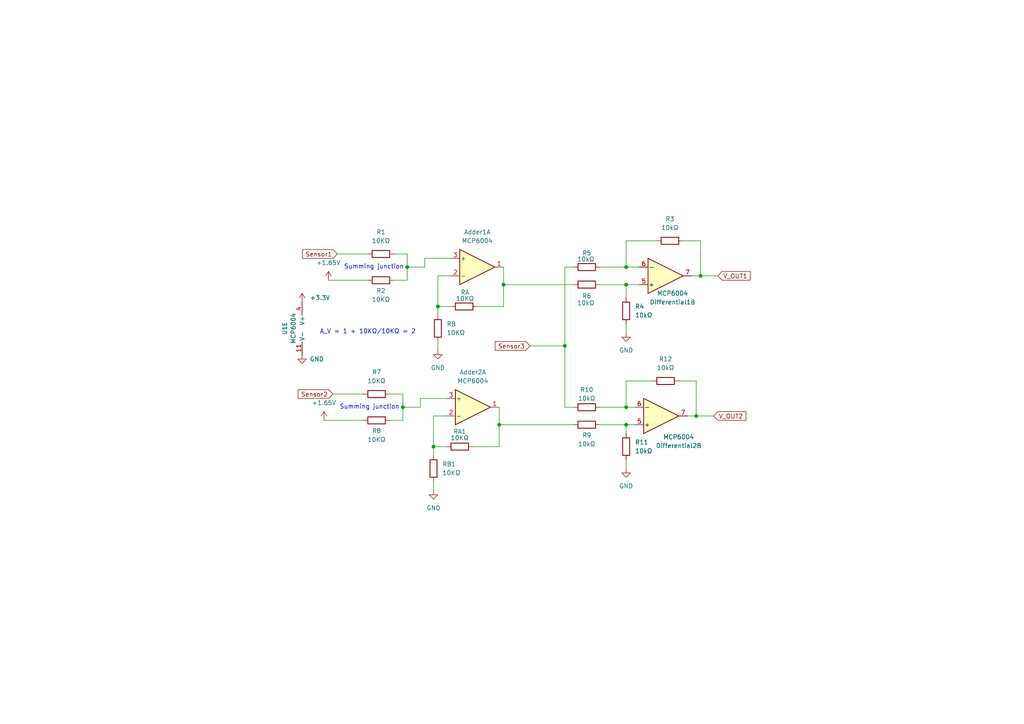
<source format=kicad_sch>
(kicad_sch (version 20231120) (generator "eeschema") (generator_version "8.0")
  (paper "A4")
  (lib_symbols
    (symbol "Amplifier_Operational:MCP6004" (pin_names (offset 0.127))
      (property "Reference" "U" (at 0 5.08 0))
      (property "Value" "MCP6004" (at 0 -5.08 0))
      (symbol "MCP6004_1_1"
        (polyline (pts (xy -5.08 5.08) (xy 5.08 0) (xy -5.08 -5.08) (xy -5.08 5.08)) (stroke (width 0.254)) (fill (type background)))
        (pin output line (at 7.62 0 180) (length 2.54) (name "~") (number "1"))
        (pin input line (at -7.62 -2.54 0) (length 2.54) (name "-") (number "2"))
        (pin input line (at -7.62 2.54 0) (length 2.54) (name "+") (number "3"))
      )
      (symbol "MCP6004_2_1"
        (polyline (pts (xy -5.08 5.08) (xy 5.08 0) (xy -5.08 -5.08) (xy -5.08 5.08)) (stroke (width 0.254)) (fill (type background)))
        (pin input line (at -7.62 2.54 0) (length 2.54) (name "+") (number "5"))
        (pin input line (at -7.62 -2.54 0) (length 2.54) (name "-") (number "6"))
        (pin output line (at 7.62 0 180) (length 2.54) (name "~") (number "7"))
      )
      (symbol "MCP6004_3_1"
        (polyline (pts (xy -5.08 5.08) (xy 5.08 0) (xy -5.08 -5.08) (xy -5.08 5.08)) (stroke (width 0.254)) (fill (type background)))
        (pin input line (at -7.62 2.54 0) (length 2.54) (name "+") (number "10"))
        (pin output line (at 7.62 0 180) (length 2.54) (name "~") (number "8"))
        (pin input line (at -7.62 -2.54 0) (length 2.54) (name "-") (number "9"))
      )
      (symbol "MCP6004_4_1"
        (polyline (pts (xy -5.08 5.08) (xy 5.08 0) (xy -5.08 -5.08) (xy -5.08 5.08)) (stroke (width 0.254)) (fill (type background)))
        (pin input line (at -7.62 2.54 0) (length 2.54) (name "+") (number "12"))
        (pin input line (at -7.62 -2.54 0) (length 2.54) (name "-") (number "13"))
        (pin output line (at 7.62 0 180) (length 2.54) (name "~") (number "14"))
      )
      (symbol "MCP6004_5_1"
        (pin power_in line (at -2.54 -7.62 90) (length 3.81) (name "V-") (number "11"))
        (pin power_in line (at -2.54 7.62 270) (length 3.81) (name "V+") (number "4"))
      )
    )
    (symbol "Device:R" (pin_numbers hide) (pin_names (offset 0))
      (property "Reference" "R" (at 2.032 0 90))
      (property "Value" "R" (at 0 0 90))
      (symbol "R_0_1"
        (rectangle (start -1.016 -2.54) (end 1.016 2.54) (stroke (width 0.254)))
      )
      (symbol "R_1_1"
        (pin passive line (at 0 3.81 270) (length 1.27) (name "~") (number "1"))
        (pin passive line (at 0 -3.81 90) (length 1.27) (name "~") (number "2"))
      )
    )
    (symbol "power:+1V0" (power) (pin_numbers hide) (pin_names (offset 0) hide)
      (property "Value" "+1V0" (at 0 3.556 0))
      (symbol "+1V0_0_1"
        (polyline (pts (xy -0.762 1.27) (xy 0 2.54)))
        (polyline (pts (xy 0 0) (xy 0 2.54)))
        (polyline (pts (xy 0 2.54) (xy 0.762 1.27)))
      )
      (symbol "+1V0_1_1"
        (pin power_in line (at 0 0 90) (length 0) (name "~") (number "1"))
      )
    )
    (symbol "power:+3.3V" (power) (pin_numbers hide) (pin_names (offset 0) hide)
      (property "Value" "+3.3V" (at 0 3.556 0))
      (symbol "+3.3V_0_1"
        (polyline (pts (xy -0.762 1.27) (xy 0 2.54)))
        (polyline (pts (xy 0 0) (xy 0 2.54)))
        (polyline (pts (xy 0 2.54) (xy 0.762 1.27)))
      )
      (symbol "+3.3V_1_1"
        (pin power_in line (at 0 0 90) (length 0) (name "~") (number "1"))
      )
    )
    (symbol "power:GND" (power) (pin_numbers hide) (pin_names (offset 0) hide)
      (property "Value" "GND" (at 0 -3.81 0))
      (symbol "GND_0_1"
        (polyline (pts (xy 0 0) (xy 0 -1.27) (xy 1.27 -1.27) (xy 0 -2.54) (xy -1.27 -1.27) (xy 0 -1.27)))
      )
      (symbol "GND_1_1"
        (pin power_in line (at 0 0 270) (length 0) (name "~") (number "1"))
      )
    )
  )
  (junction (at 127 88.9))
  (junction (at 181.61 123.19))
  (junction (at 146.05 82.55))
  (junction (at 125.73 129.54))
  (junction (at 144.78 123.19))
  (junction (at 181.61 118.11))
  (junction (at 118.11 77.47))
  (junction (at 201.93 120.65))
  (junction (at 203.2 80.01))
  (junction (at 181.61 77.47))
  (junction (at 116.84 118.11))
  (junction (at 163.83 100.33))
  (junction (at 181.61 82.55))
  (wire (pts (xy 185.42 82.55) (xy 181.61 82.55)))
  (wire (pts (xy 125.73 129.54) (xy 125.73 120.65)))
  (wire (pts (xy 118.11 77.47) (xy 118.11 73.66)))
  (wire (pts (xy 138.43 88.9) (xy 146.05 88.9)))
  (wire (pts (xy 201.93 110.49) (xy 201.93 120.65)))
  (wire (pts (xy 116.84 114.3) (xy 113.03 114.3)))
  (wire (pts (xy 118.11 81.28) (xy 118.11 77.47)))
  (wire (pts (xy 129.54 129.54) (xy 125.73 129.54)))
  (wire (pts (xy 113.03 121.92) (xy 116.84 121.92)))
  (wire (pts (xy 127 99.06) (xy 127 101.6)))
  (wire (pts (xy 181.61 123.19) (xy 184.15 123.19)))
  (wire (pts (xy 127 88.9) (xy 127 91.44)))
  (wire (pts (xy 127 80.01) (xy 130.81 80.01)))
  (wire (pts (xy 153.67 100.33) (xy 163.83 100.33)))
  (wire (pts (xy 123.19 77.47) (xy 118.11 77.47)))
  (wire (pts (xy 127 88.9) (xy 127 80.01)))
  (wire (pts (xy 93.98 121.92) (xy 105.41 121.92)))
  (wire (pts (xy 173.99 118.11) (xy 181.61 118.11)))
  (wire (pts (xy 196.85 110.49) (xy 201.93 110.49)))
  (wire (pts (xy 116.84 121.92) (xy 116.84 118.11)))
  (wire (pts (xy 146.05 77.47) (xy 146.05 82.55)))
  (wire (pts (xy 130.81 74.93) (xy 123.19 74.93)))
  (wire (pts (xy 173.99 77.47) (xy 181.61 77.47)))
  (wire (pts (xy 189.23 110.49) (xy 181.61 110.49)))
  (wire (pts (xy 181.61 82.55) (xy 181.61 86.36)))
  (wire (pts (xy 144.78 123.19) (xy 166.37 123.19)))
  (wire (pts (xy 146.05 82.55) (xy 146.05 88.9)))
  (wire (pts (xy 173.99 123.19) (xy 181.61 123.19)))
  (wire (pts (xy 181.61 93.98) (xy 181.61 96.52)))
  (wire (pts (xy 137.16 129.54) (xy 144.78 129.54)))
  (wire (pts (xy 121.92 115.57) (xy 121.92 118.11)))
  (wire (pts (xy 116.84 118.11) (xy 116.84 114.3)))
  (wire (pts (xy 123.19 74.93) (xy 123.19 77.47)))
  (wire (pts (xy 200.66 80.01) (xy 203.2 80.01)))
  (wire (pts (xy 144.78 123.19) (xy 144.78 129.54)))
  (wire (pts (xy 129.54 115.57) (xy 121.92 115.57)))
  (wire (pts (xy 203.2 80.01) (xy 208.28 80.01)))
  (wire (pts (xy 181.61 69.85) (xy 190.5 69.85)))
  (wire (pts (xy 181.61 77.47) (xy 185.42 77.47)))
  (wire (pts (xy 163.83 77.47) (xy 163.83 100.33)))
  (wire (pts (xy 125.73 129.54) (xy 125.73 132.08)))
  (wire (pts (xy 203.2 69.85) (xy 203.2 80.01)))
  (wire (pts (xy 96.52 114.3) (xy 105.41 114.3)))
  (wire (pts (xy 201.93 120.65) (xy 207.01 120.65)))
  (wire (pts (xy 95.25 81.28) (xy 106.68 81.28)))
  (wire (pts (xy 163.83 100.33) (xy 163.83 118.11)))
  (wire (pts (xy 181.61 69.85) (xy 181.61 77.47)))
  (wire (pts (xy 181.61 125.73) (xy 181.61 123.19)))
  (wire (pts (xy 166.37 118.11) (xy 163.83 118.11)))
  (wire (pts (xy 146.05 82.55) (xy 166.37 82.55)))
  (wire (pts (xy 144.78 118.11) (xy 144.78 123.19)))
  (wire (pts (xy 118.11 73.66) (xy 114.3 73.66)))
  (wire (pts (xy 181.61 110.49) (xy 181.61 118.11)))
  (wire (pts (xy 125.73 120.65) (xy 129.54 120.65)))
  (wire (pts (xy 163.83 77.47) (xy 166.37 77.47)))
  (wire (pts (xy 198.12 69.85) (xy 203.2 69.85)))
  (wire (pts (xy 173.99 82.55) (xy 181.61 82.55)))
  (wire (pts (xy 199.39 120.65) (xy 201.93 120.65)))
  (wire (pts (xy 97.79 73.66) (xy 106.68 73.66)))
  (wire (pts (xy 130.81 88.9) (xy 127 88.9)))
  (wire (pts (xy 125.73 139.7) (xy 125.73 142.24)))
  (wire (pts (xy 181.61 135.89) (xy 181.61 133.35)))
  (wire (pts (xy 121.92 118.11) (xy 116.84 118.11)))
  (wire (pts (xy 114.3 81.28) (xy 118.11 81.28)))
  (wire (pts (xy 181.61 118.11) (xy 184.15 118.11)))
  (text "A_V = 1 + 10KΩ/10KΩ = 2" (at 106.68 96.266 0) (effects (font (size 1.27 1.27))))
  (text "Summing junction\n" (at 108.458 77.47 0) (effects (font (size 1.27 1.27))))
  (text "Summing junction\n" (at 107.188 118.11 0) (effects (font (size 1.27 1.27))))
  (global_label "Sensor1" (shape input) (at 97.79 73.66 180) (property "Intersheetrefs" "${INTERSHEET_REFS}" (effects (hide yes))))
  (global_label "V_OUT2" (shape input) (at 207.01 120.65 0) (property "Intersheetrefs" "${INTERSHEET_REFS}" (effects (hide yes))))
  (global_label "Sensor2" (shape input) (at 96.52 114.3 180) (property "Intersheetrefs" "${INTERSHEET_REFS}" (effects (hide yes))))
  (global_label "V_OUT1" (shape input) (at 208.28 80.01 0) (property "Intersheetrefs" "${INTERSHEET_REFS}" (effects (hide yes))))
  (global_label "Sensor3" (shape input) (at 153.67 100.33 180) (property "Intersheetrefs" "${INTERSHEET_REFS}" (effects (hide yes))))
  (symbol (lib_id "Device:R") (at 110.49 81.28 90) (unit 1)
    (property "Reference" "R2" (at 110.49 84.328 90))
    (property "Value" "10KΩ" (at 110.49 86.868 90))
    (property "Description" "Resistor" (effects (hide yes)))
  )
  (symbol (lib_id "Device:R") (at 170.18 118.11 270) (unit 1)
    (property "Reference" "R10" (at 170.18 113.03 90))
    (property "Value" "10kΩ" (at 170.18 115.57 90))
    (property "Description" "Resistor" (effects (hide yes)))
  )
  (symbol (lib_id "Device:R") (at 127 95.25 0) (unit 1)
    (property "Reference" "RB" (at 129.54 93.9799 0) (effects (justify left)))
    (property "Value" "10KΩ" (at 129.54 96.5199 0) (effects (justify left)))
    (property "Description" "Resistor" (effects (hide yes)))
  )
  (symbol (lib_id "Device:R") (at 193.04 110.49 90) (unit 1)
    (property "Reference" "R12" (at 193.04 104.14 90))
    (property "Value" "10kΩ" (at 193.04 106.68 90))
    (property "Description" "Resistor" (effects (hide yes)))
  )
  (symbol (lib_id "Device:R") (at 109.22 121.92 90) (unit 1)
    (property "Reference" "R8" (at 109.22 124.968 90))
    (property "Value" "10KΩ" (at 109.22 127.508 90))
    (property "Description" "Resistor" (effects (hide yes)))
  )
  (symbol (lib_id "Amplifier_Operational:MCP6004") (at 90.17 95.25 0) (unit 5)
    (property "Reference" "U1" (at 82.55 95.25 90))
    (property "Value" "MCP6004" (at 85.09 95.25 90))
    (property "Datasheet" "http://ww1.microchip.com/downloads/en/DeviceDoc/21733j.pdf" (effects (hide yes)))
    (property "Description" "1MHz, Low-Power Op Amp, DIP-14/SOIC-14/TSSOP-14" (effects (hide yes)))
  )
  (symbol (lib_id "power:GND") (at 125.73 142.24 0) (unit 1)
    (property "Reference" "#PWR07" (effects (hide yes)))
    (property "Value" "GND" (at 125.73 147.32 0))
    (property "Description" "Power symbol creates a global label with name \"GND\" , ground" (effects (hide yes)))
  )
  (symbol (lib_id "Amplifier_Operational:MCP6004") (at 138.43 77.47 0) (unit 1)
    (property "Reference" "Adder1" (at 138.43 67.31 0))
    (property "Value" "MCP6004" (at 138.43 69.85 0))
    (property "Datasheet" "http://ww1.microchip.com/downloads/en/DeviceDoc/21733j.pdf" (effects (hide yes)))
    (property "Description" "1MHz, Low-Power Op Amp, DIP-14/SOIC-14/TSSOP-14" (effects (hide yes)))
  )
  (symbol (lib_id "Device:R") (at 110.49 73.66 90) (unit 1)
    (property "Reference" "R1" (at 110.49 67.31 90))
    (property "Value" "10KΩ" (at 110.49 69.85 90))
    (property "Description" "Resistor" (effects (hide yes)))
  )
  (symbol (lib_id "power:+3.3V") (at 87.63 87.63 0) (unit 1)
    (property "Reference" "#PWR01" (effects (hide yes)))
    (property "Value" "+3.3V" (at 89.8525 86.3599 0) (effects (justify left)))
    (property "Description" "Power symbol creates a global label with name \"+3.3V\"" (effects (hide yes)))
  )
  (symbol (lib_id "Device:R") (at 170.18 123.19 270) (unit 1)
    (property "Reference" "R9" (at 170.18 126.238 90))
    (property "Value" "10kΩ" (at 170.18 128.778 90))
    (property "Description" "Resistor" (effects (hide yes)))
  )
  (symbol (lib_id "Device:R") (at 134.62 88.9 90) (unit 1)
    (property "Reference" "RA" (at 134.874 84.074 90) (effects (justify bottom)))
    (property "Value" "10KΩ" (at 134.874 86.614 90))
    (property "Description" "Resistor" (effects (hide yes)))
  )
  (symbol (lib_id "power:GND") (at 127 101.6 0) (unit 1)
    (property "Reference" "#PWR03" (effects (hide yes)))
    (property "Value" "GND" (at 127 106.68 0))
    (property "Description" "Power symbol creates a global label with name \"GND\" , ground" (effects (hide yes)))
  )
  (symbol (lib_id "Device:R") (at 181.61 129.54 180) (unit 1)
    (property "Reference" "R11" (at 184.15 128.2699 0) (effects (justify right)))
    (property "Value" "10kΩ" (at 184.15 130.8099 0) (effects (justify right)))
    (property "Description" "Resistor" (effects (hide yes)))
  )
  (symbol (lib_id "Device:R") (at 125.73 135.89 0) (unit 1)
    (property "Reference" "RB1" (at 128.27 134.6199 0) (effects (justify left)))
    (property "Value" "10KΩ" (at 128.27 137.1599 0) (effects (justify left)))
    (property "Description" "Resistor" (effects (hide yes)))
  )
  (symbol (lib_id "power:GND") (at 181.61 135.89 0) (unit 1)
    (property "Reference" "#PWR08" (effects (hide yes)))
    (property "Value" "GND" (at 181.61 140.97 0))
    (property "Description" "Power symbol creates a global label with name \"GND\" , ground" (effects (hide yes)))
  )
  (symbol (lib_id "Device:R") (at 170.18 82.55 270) (unit 1)
    (property "Reference" "R6" (at 170.18 85.852 90))
    (property "Value" "10kΩ" (at 169.926 87.884 90))
    (property "Description" "Resistor" (effects (hide yes)))
  )
  (symbol (lib_id "Amplifier_Operational:MCP6004") (at 191.77 120.65 0) (mirror x) (unit 2)
    (property "Reference" "Differential2" (at 196.85 129.286 0))
    (property "Value" "MCP6004" (at 196.85 126.746 0))
    (property "Datasheet" "http://ww1.microchip.com/downloads/en/DeviceDoc/21733j.pdf" (effects (hide yes)))
    (property "Description" "1MHz, Low-Power Op Amp, DIP-14/SOIC-14/TSSOP-14" (effects (hide yes)))
  )
  (symbol (lib_id "Device:R") (at 194.31 69.85 90) (unit 1)
    (property "Reference" "R3" (at 194.31 63.5 90))
    (property "Value" "10kΩ" (at 194.31 66.04 90))
    (property "Description" "Resistor" (effects (hide yes)))
  )
  (symbol (lib_id "Amplifier_Operational:MCP6004") (at 137.16 118.11 0) (unit 1)
    (property "Reference" "Adder2" (at 137.16 107.95 0))
    (property "Value" "MCP6004" (at 137.16 110.49 0))
    (property "Datasheet" "http://ww1.microchip.com/downloads/en/DeviceDoc/21733j.pdf" (effects (hide yes)))
    (property "Description" "1MHz, Low-Power Op Amp, DIP-14/SOIC-14/TSSOP-14" (effects (hide yes)))
  )
  (symbol (lib_id "Device:R") (at 133.35 129.54 90) (unit 1)
    (property "Reference" "RA1" (at 133.35 124.46 90) (effects (justify bottom)))
    (property "Value" "10KΩ" (at 133.35 127 90))
    (property "Description" "Resistor" (effects (hide yes)))
  )
  (symbol (lib_id "Amplifier_Operational:MCP6004") (at 193.04 80.01 0) (mirror x) (unit 2)
    (property "Reference" "Differential1" (at 195.072 87.63 0))
    (property "Value" "MCP6004" (at 195.072 85.09 0))
    (property "Datasheet" "http://ww1.microchip.com/downloads/en/DeviceDoc/21733j.pdf" (effects (hide yes)))
    (property "Description" "1MHz, Low-Power Op Amp, DIP-14/SOIC-14/TSSOP-14" (effects (hide yes)))
  )
  (symbol (lib_id "Device:R") (at 181.61 90.17 180) (unit 1)
    (property "Reference" "R4" (at 184.15 88.8999 0) (effects (justify right)))
    (property "Value" "10kΩ" (at 184.15 91.4399 0) (effects (justify right)))
    (property "Description" "Resistor" (effects (hide yes)))
  )
  (symbol (lib_id "Device:R") (at 109.22 114.3 90) (unit 1)
    (property "Reference" "R7" (at 109.22 107.95 90))
    (property "Value" "10KΩ" (at 109.22 110.49 90))
    (property "Description" "Resistor" (effects (hide yes)))
  )
  (symbol (lib_id "power:GND") (at 87.63 102.87 0) (unit 1)
    (property "Reference" "#PWR02" (effects (hide yes)))
    (property "Value" "GND" (at 89.8525 104.1399 0) (effects (justify left)))
    (property "Description" "Power symbol creates a global label with name \"GND\" , ground" (effects (hide yes)))
  )
  (symbol (lib_id "power:+1V0") (at 95.25 81.28 0) (unit 1)
    (property "Reference" "#PWR05" (effects (hide yes)))
    (property "Value" "+1.65V" (at 95.25 76.2 0))
    (property "Description" "Power symbol creates a global label with name \"+1V0\"" (effects (hide yes)))
  )
  (symbol (lib_id "power:+1V0") (at 93.98 121.92 0) (unit 1)
    (property "Reference" "#PWR06" (effects (hide yes)))
    (property "Value" "+1.65V" (at 93.98 116.84 0))
    (property "Description" "Power symbol creates a global label with name \"+1V0\"" (effects (hide yes)))
  )
  (symbol (lib_id "Device:R") (at 170.18 77.47 270) (unit 1)
    (property "Reference" "R5" (at 170.18 73.406 90))
    (property "Value" "10kΩ" (at 169.926 75.184 90))
    (property "Description" "Resistor" (effects (hide yes)))
  )
  (symbol (lib_id "power:GND") (at 181.61 96.52 0) (unit 1)
    (property "Reference" "#PWR04" (effects (hide yes)))
    (property "Value" "GND" (at 181.61 101.6 0))
    (property "Description" "Power symbol creates a global label with name \"GND\" , ground" (effects (hide yes)))
  )
)
</source>
